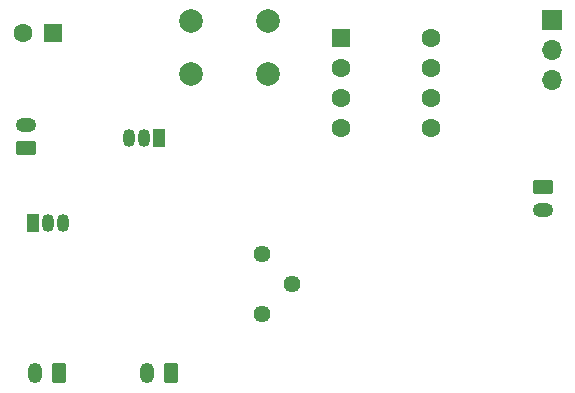
<source format=gbs>
%TF.GenerationSoftware,KiCad,Pcbnew,8.0.0*%
%TF.CreationDate,2024-09-29T18:30:20+09:00*%
%TF.ProjectId,tiny402_sounds_player_V2_0807_,74696e79-3430-4325-9f73-6f756e64735f,rev?*%
%TF.SameCoordinates,Original*%
%TF.FileFunction,Soldermask,Bot*%
%TF.FilePolarity,Negative*%
%FSLAX46Y46*%
G04 Gerber Fmt 4.6, Leading zero omitted, Abs format (unit mm)*
G04 Created by KiCad (PCBNEW 8.0.0) date 2024-09-29 18:30:20*
%MOMM*%
%LPD*%
G01*
G04 APERTURE LIST*
G04 Aperture macros list*
%AMRoundRect*
0 Rectangle with rounded corners*
0 $1 Rounding radius*
0 $2 $3 $4 $5 $6 $7 $8 $9 X,Y pos of 4 corners*
0 Add a 4 corners polygon primitive as box body*
4,1,4,$2,$3,$4,$5,$6,$7,$8,$9,$2,$3,0*
0 Add four circle primitives for the rounded corners*
1,1,$1+$1,$2,$3*
1,1,$1+$1,$4,$5*
1,1,$1+$1,$6,$7*
1,1,$1+$1,$8,$9*
0 Add four rect primitives between the rounded corners*
20,1,$1+$1,$2,$3,$4,$5,0*
20,1,$1+$1,$4,$5,$6,$7,0*
20,1,$1+$1,$6,$7,$8,$9,0*
20,1,$1+$1,$8,$9,$2,$3,0*%
G04 Aperture macros list end*
%ADD10RoundRect,0.250000X0.625000X-0.350000X0.625000X0.350000X-0.625000X0.350000X-0.625000X-0.350000X0*%
%ADD11O,1.750000X1.200000*%
%ADD12C,1.440000*%
%ADD13R,1.600000X1.600000*%
%ADD14C,1.600000*%
%ADD15R,1.700000X1.700000*%
%ADD16O,1.700000X1.700000*%
%ADD17RoundRect,0.250000X0.350000X0.625000X-0.350000X0.625000X-0.350000X-0.625000X0.350000X-0.625000X0*%
%ADD18O,1.200000X1.750000*%
%ADD19R,1.050000X1.500000*%
%ADD20O,1.050000X1.500000*%
%ADD21C,2.000000*%
%ADD22RoundRect,0.250000X-0.625000X0.350000X-0.625000X-0.350000X0.625000X-0.350000X0.625000X0.350000X0*%
G04 APERTURE END LIST*
D10*
%TO.C,J2*%
X103200000Y-78500000D03*
D11*
X103200000Y-76500000D03*
%TD*%
D12*
%TO.C,RV1*%
X123237500Y-92500000D03*
X125777500Y-89960000D03*
X123237500Y-87420000D03*
%TD*%
D13*
%TO.C,C1*%
X105500000Y-68750000D03*
D14*
X103000000Y-68750000D03*
%TD*%
D15*
%TO.C,J4*%
X147750000Y-67670000D03*
D16*
X147750000Y-70210000D03*
X147750000Y-72750000D03*
%TD*%
D17*
%TO.C,J6*%
X106000000Y-97500000D03*
D18*
X104000000Y-97500000D03*
%TD*%
D17*
%TO.C,J1*%
X115500000Y-97550000D03*
D18*
X113500000Y-97550000D03*
%TD*%
D19*
%TO.C,Q3*%
X103800000Y-84800000D03*
D20*
X105070000Y-84800000D03*
X106340000Y-84800000D03*
%TD*%
D21*
%TO.C,SW1*%
X117250000Y-67750000D03*
X123750000Y-67750000D03*
X117250000Y-72250000D03*
X123750000Y-72250000D03*
%TD*%
D22*
%TO.C,J5*%
X147000000Y-81750000D03*
D11*
X147000000Y-83750000D03*
%TD*%
D13*
%TO.C,U3*%
X129880000Y-69130000D03*
D14*
X129880000Y-71670000D03*
X129880000Y-74210000D03*
X129880000Y-76750000D03*
X137500000Y-76750000D03*
X137500000Y-74210000D03*
X137500000Y-71670000D03*
X137500000Y-69130000D03*
%TD*%
D19*
%TO.C,Q1*%
X114520000Y-77640000D03*
D20*
X113250000Y-77640000D03*
X111980000Y-77640000D03*
%TD*%
M02*

</source>
